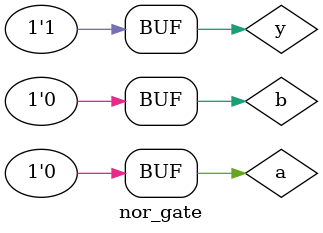
<source format=v>

module nor_gate;
    reg a,b;
    wire y;
    nor nor_gate(y,a,b);
    initial begin
        #0 a = 0; b = 0;
        #5 a = 1; b = 0;
        #5 a = 0; b = 1;
        #5 a = 1; b = 1;
        #5 a = 0; b = 0;        
    end

    initial begin
        $monitor($time, "a = %b, b = %b, y = %b", a, b, y);
    end
    initial begin
        $dumpfile("nor_gate.vcd");
        $dumpvars(0, nor_gate);
    end
endmodule
</source>
